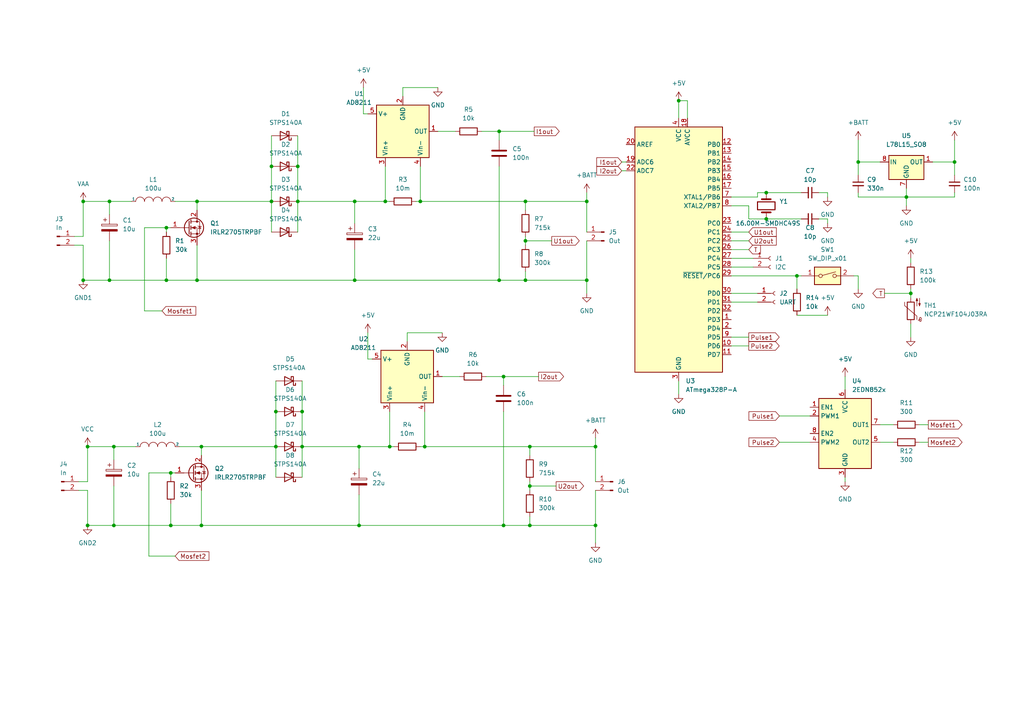
<source format=kicad_sch>
(kicad_sch (version 20211123) (generator eeschema)
  (paper "A4")
  (lib_symbols
    (symbol "Amplifier_Current:AD8211"
      (property "Reference" "U" (at -7.62 10.795 0))
      (property "Value" "AD8211" (at -7.62 8.89 0))
      (symbol "AD8211_0_1"
        (rectangle (start -7.62 7.62) (end 7.62 -7.62) (stroke (width 0.254)) (fill (type background)))
      )
      (symbol "AD8211_1_1"
        (pin output line (at 10.16 0 180) (length 2.54) (name "OUT") (number "1"))
        (pin power_in line (at 0 -10.16 90) (length 2.54) (name "GND") (number "2"))
        (pin input line (at -5.08 10.16 270) (length 2.54) (name "Vin+") (number "3"))
        (pin input line (at 5.08 10.16 270) (length 2.54) (name "Vin-") (number "4"))
        (pin power_in line (at -10.16 -5.08 0) (length 2.54) (name "V+") (number "5"))
      )
    )
    (symbol "Connector:Conn_01x02_Female" (pin_names (offset 1.016) hide)
      (property "Reference" "J" (at 0 2.54 0))
      (property "Value" "Conn_01x02_Female" (at 0 -5.08 0))
      (symbol "Conn_01x02_Female_1_1"
        (arc (start 0 -2.032) (mid -0.508 -2.54) (end 0 -3.048) (stroke (width 0.1524)))
        (polyline (pts (xy -1.27 -2.54) (xy -0.508 -2.54)) (stroke (width 0.1524)))
        (polyline (pts (xy -1.27 0) (xy -0.508 0)) (stroke (width 0.1524)))
        (arc (start 0 0.508) (mid -0.508 0) (end 0 -0.508) (stroke (width 0.1524)))
        (pin passive line (at -5.08 0 0) (length 3.81) (name "Pin_1") (number "1"))
        (pin passive line (at -5.08 -2.54 0) (length 3.81) (name "Pin_2") (number "2"))
      )
    )
    (symbol "Connector:Conn_01x02_Male" (pin_names (offset 1.016) hide)
      (property "Reference" "J" (at 0 2.54 0))
      (property "Value" "Conn_01x02_Male" (at 0 -5.08 0))
      (symbol "Conn_01x02_Male_1_1"
        (polyline (pts (xy 1.27 -2.54) (xy 0.8636 -2.54)) (stroke (width 0.1524)))
        (polyline (pts (xy 1.27 0) (xy 0.8636 0)) (stroke (width 0.1524)))
        (rectangle (start 0.8636 -2.413) (end 0 -2.667) (stroke (width 0.1524)) (fill (type outline)))
        (rectangle (start 0.8636 0.127) (end 0 -0.127) (stroke (width 0.1524)) (fill (type outline)))
        (pin passive line (at 5.08 0 180) (length 3.81) (name "Pin_1") (number "1"))
        (pin passive line (at 5.08 -2.54 180) (length 3.81) (name "Pin_2") (number "2"))
      )
    )
    (symbol "Device:C" (pin_numbers hide) (pin_names (offset 0.254))
      (property "Reference" "C" (at 0.635 2.54 0))
      (property "Value" "C" (at 0.635 -2.54 0))
      (symbol "C_0_1"
        (polyline (pts (xy -2.032 -0.762) (xy 2.032 -0.762)) (stroke (width 0.508)))
        (polyline (pts (xy -2.032 0.762) (xy 2.032 0.762)) (stroke (width 0.508)))
      )
      (symbol "C_1_1"
        (pin passive line (at 0 3.81 270) (length 2.794) (name "~") (number "1"))
        (pin passive line (at 0 -3.81 90) (length 2.794) (name "~") (number "2"))
      )
    )
    (symbol "Device:C_Polarized" (pin_numbers hide) (pin_names (offset 0.254))
      (property "Reference" "C" (at 0.635 2.54 0))
      (property "Value" "C_Polarized" (at 0.635 -2.54 0))
      (symbol "C_Polarized_0_1"
        (rectangle (start -2.286 0.508) (end 2.286 1.016))
        (polyline (pts (xy -1.778 2.286) (xy -0.762 2.286)))
        (polyline (pts (xy -1.27 2.794) (xy -1.27 1.778)))
        (rectangle (start 2.286 -0.508) (end -2.286 -1.016) (fill (type outline)))
      )
      (symbol "C_Polarized_1_1"
        (pin passive line (at 0 3.81 270) (length 2.794) (name "~") (number "1"))
        (pin passive line (at 0 -3.81 90) (length 2.794) (name "~") (number "2"))
      )
    )
    (symbol "Device:C_Small" (pin_numbers hide) (pin_names (offset 0.254) hide)
      (property "Reference" "C" (at 0.254 1.778 0))
      (property "Value" "C_Small" (at 0.254 -2.032 0))
      (symbol "C_Small_0_1"
        (polyline (pts (xy -1.524 -0.508) (xy 1.524 -0.508)) (stroke (width 0.3302)))
        (polyline (pts (xy -1.524 0.508) (xy 1.524 0.508)) (stroke (width 0.3048)))
      )
      (symbol "C_Small_1_1"
        (pin passive line (at 0 2.54 270) (length 2.032) (name "~") (number "1"))
        (pin passive line (at 0 -2.54 90) (length 2.032) (name "~") (number "2"))
      )
    )
    (symbol "Device:Crystal" (pin_numbers hide) (pin_names (offset 1.016) hide)
      (property "Reference" "Y" (at 0 3.81 0))
      (property "Value" "Crystal" (at 0 -3.81 0))
      (symbol "Crystal_0_1"
        (rectangle (start -1.143 2.54) (end 1.143 -2.54) (stroke (width 0.3048)))
        (polyline (pts (xy -2.54 0) (xy -1.905 0)))
        (polyline (pts (xy -1.905 -1.27) (xy -1.905 1.27)) (stroke (width 0.508)))
        (polyline (pts (xy 1.905 -1.27) (xy 1.905 1.27)) (stroke (width 0.508)))
        (polyline (pts (xy 2.54 0) (xy 1.905 0)))
      )
      (symbol "Crystal_1_1"
        (pin passive line (at -3.81 0 0) (length 1.27) (name "1") (number "1"))
        (pin passive line (at 3.81 0 180) (length 1.27) (name "2") (number "2"))
      )
    )
    (symbol "Device:D_Schottky" (pin_numbers hide) (pin_names (offset 1.016) hide)
      (property "Reference" "D" (at 0 2.54 0))
      (property "Value" "D_Schottky" (at 0 -2.54 0))
      (symbol "D_Schottky_0_1"
        (polyline (pts (xy 1.27 0) (xy -1.27 0)))
        (polyline (pts (xy 1.27 1.27) (xy 1.27 -1.27) (xy -1.27 0) (xy 1.27 1.27)) (stroke (width 0.254)))
        (polyline (pts (xy -1.905 0.635) (xy -1.905 1.27) (xy -1.27 1.27) (xy -1.27 -1.27) (xy -0.635 -1.27) (xy -0.635 -0.635)) (stroke (width 0.254)))
      )
      (symbol "D_Schottky_1_1"
        (pin passive line (at -3.81 0 0) (length 2.54) (name "K") (number "1"))
        (pin passive line (at 3.81 0 180) (length 2.54) (name "A") (number "2"))
      )
    )
    (symbol "Device:R" (pin_numbers hide) (pin_names (offset 0))
      (property "Reference" "R" (at 2.032 0 90))
      (property "Value" "R" (at 0 0 90))
      (symbol "R_0_1"
        (rectangle (start -1.016 -2.54) (end 1.016 2.54) (stroke (width 0.254)))
      )
      (symbol "R_1_1"
        (pin passive line (at 0 3.81 270) (length 1.27) (name "~") (number "1"))
        (pin passive line (at 0 -3.81 90) (length 1.27) (name "~") (number "2"))
      )
    )
    (symbol "Device:Thermistor_NTC" (pin_numbers hide) (pin_names (offset 0))
      (property "Reference" "TH" (at -4.445 0 90))
      (property "Value" "Thermistor_NTC" (at 3.175 0 90))
      (symbol "Thermistor_NTC_0_1"
        (arc (start -3.048 2.159) (mid -3.0495 2.3143) (end -3.175 2.413))
        (arc (start -3.048 2.159) (mid -2.9736 1.9794) (end -2.794 1.905))
        (arc (start -3.048 2.794) (mid -2.9736 2.6144) (end -2.794 2.54))
        (arc (start -2.794 1.905) (mid -2.6144 1.9794) (end -2.54 2.159))
        (arc (start -2.794 2.54) (mid -2.4393 2.5587) (end -2.159 2.794))
        (arc (start -2.794 3.048) (mid -2.9736 2.9736) (end -3.048 2.794))
        (arc (start -2.54 2.794) (mid -2.6144 2.9736) (end -2.794 3.048))
        (rectangle (start -1.016 2.54) (end 1.016 -2.54) (stroke (width 0.254)))
        (polyline (pts (xy -2.54 2.159) (xy -2.54 2.794)))
        (polyline (pts (xy -1.778 2.54) (xy -1.778 1.524) (xy 1.778 -1.524) (xy 1.778 -2.54)))
        (polyline (pts (xy -2.54 -3.683) (xy -2.54 -1.397) (xy -2.794 -2.159) (xy -2.286 -2.159) (xy -2.54 -1.397) (xy -2.54 -1.651)) (fill (type outline)))
        (polyline (pts (xy -1.778 -1.397) (xy -1.778 -3.683) (xy -2.032 -2.921) (xy -1.524 -2.921) (xy -1.778 -3.683) (xy -1.778 -3.429)) (fill (type outline)))
      )
      (symbol "Thermistor_NTC_1_1"
        (pin passive line (at 0 3.81 270) (length 1.27) (name "~") (number "1"))
        (pin passive line (at 0 -3.81 90) (length 1.27) (name "~") (number "2"))
      )
    )
    (symbol "Driver_FET:PM8834"
      (property "Reference" "U" (at -7.62 11.43 0))
      (property "Value" "PM8834" (at 12.7 11.43 0))
      (symbol "PM8834_0_1"
        (rectangle (start -7.62 -10.16) (end 7.62 10.16) (stroke (width 0.254)) (fill (type background)))
      )
      (symbol "PM8834_1_1"
        (pin input line (at -10.16 7.62 0) (length 2.54) (name "EN1") (number "1"))
        (pin input line (at -10.16 5.08 0) (length 2.54) (name "PWM1") (number "2"))
        (pin power_in line (at 0 -12.7 90) (length 2.54) (name "GND") (number "3"))
        (pin input line (at -10.16 -2.54 0) (length 2.54) (name "PWM2") (number "4"))
        (pin output line (at 10.16 -2.54 180) (length 2.54) (name "OUT2") (number "5"))
        (pin power_in line (at 0 12.7 270) (length 2.54) (name "VCC") (number "6"))
        (pin output line (at 10.16 2.54 180) (length 2.54) (name "OUT1") (number "7"))
        (pin input line (at -10.16 0 0) (length 2.54) (name "EN2") (number "8"))
      )
    )
    (symbol "MCU_Microchip_ATmega:ATmega328P-A"
      (property "Reference" "U" (at -12.7 36.83 0))
      (property "Value" "ATmega328P-A" (at 2.54 -36.83 0))
      (symbol "ATmega328P-A_0_1"
        (rectangle (start -12.7 -35.56) (end 12.7 35.56) (stroke (width 0.254)) (fill (type background)))
      )
      (symbol "ATmega328P-A_1_1"
        (pin bidirectional line (at 15.24 -20.32 180) (length 2.54) (name "PD3") (number "1"))
        (pin bidirectional line (at 15.24 -27.94 180) (length 2.54) (name "PD6") (number "10"))
        (pin bidirectional line (at 15.24 -30.48 180) (length 2.54) (name "PD7") (number "11"))
        (pin bidirectional line (at 15.24 30.48 180) (length 2.54) (name "PB0") (number "12"))
        (pin bidirectional line (at 15.24 27.94 180) (length 2.54) (name "PB1") (number "13"))
        (pin bidirectional line (at 15.24 25.4 180) (length 2.54) (name "PB2") (number "14"))
        (pin bidirectional line (at 15.24 22.86 180) (length 2.54) (name "PB3") (number "15"))
        (pin bidirectional line (at 15.24 20.32 180) (length 2.54) (name "PB4") (number "16"))
        (pin bidirectional line (at 15.24 17.78 180) (length 2.54) (name "PB5") (number "17"))
        (pin power_in line (at 2.54 38.1 270) (length 2.54) (name "AVCC") (number "18"))
        (pin input line (at -15.24 25.4 0) (length 2.54) (name "ADC6") (number "19"))
        (pin bidirectional line (at 15.24 -22.86 180) (length 2.54) (name "PD4") (number "2"))
        (pin passive line (at -15.24 30.48 0) (length 2.54) (name "AREF") (number "20"))
        (pin passive line (at 0 -38.1 90) (length 2.54) hide (name "GND") (number "21"))
        (pin input line (at -15.24 22.86 0) (length 2.54) (name "ADC7") (number "22"))
        (pin bidirectional line (at 15.24 7.62 180) (length 2.54) (name "PC0") (number "23"))
        (pin bidirectional line (at 15.24 5.08 180) (length 2.54) (name "PC1") (number "24"))
        (pin bidirectional line (at 15.24 2.54 180) (length 2.54) (name "PC2") (number "25"))
        (pin bidirectional line (at 15.24 0 180) (length 2.54) (name "PC3") (number "26"))
        (pin bidirectional line (at 15.24 -2.54 180) (length 2.54) (name "PC4") (number "27"))
        (pin bidirectional line (at 15.24 -5.08 180) (length 2.54) (name "PC5") (number "28"))
        (pin bidirectional line (at 15.24 -7.62 180) (length 2.54) (name "~{RESET}/PC6") (number "29"))
        (pin power_in line (at 0 -38.1 90) (length 2.54) (name "GND") (number "3"))
        (pin bidirectional line (at 15.24 -12.7 180) (length 2.54) (name "PD0") (number "30"))
        (pin bidirectional line (at 15.24 -15.24 180) (length 2.54) (name "PD1") (number "31"))
        (pin bidirectional line (at 15.24 -17.78 180) (length 2.54) (name "PD2") (number "32"))
        (pin power_in line (at 0 38.1 270) (length 2.54) (name "VCC") (number "4"))
        (pin passive line (at 0 -38.1 90) (length 2.54) hide (name "GND") (number "5"))
        (pin passive line (at 0 38.1 270) (length 2.54) hide (name "VCC") (number "6"))
        (pin bidirectional line (at 15.24 15.24 180) (length 2.54) (name "XTAL1/PB6") (number "7"))
        (pin bidirectional line (at 15.24 12.7 180) (length 2.54) (name "XTAL2/PB7") (number "8"))
        (pin bidirectional line (at 15.24 -25.4 180) (length 2.54) (name "PD5") (number "9"))
      )
    )
    (symbol "Regulator_Linear:L78L15_SO8" (pin_names (offset 0.254))
      (property "Reference" "U" (at -3.81 3.175 0))
      (property "Value" "L78L15_SO8" (at 0 3.175 0))
      (symbol "L78L15_SO8_0_1"
        (rectangle (start -5.08 1.905) (end 5.08 -5.08) (stroke (width 0.254)) (fill (type background)))
      )
      (symbol "L78L15_SO8_1_1"
        (pin power_out line (at 7.62 0 180) (length 2.54) (name "OUT") (number "1"))
        (pin passive line (at 0 -7.62 90) (length 2.54) hide (name "GND") (number "2"))
        (pin passive line (at 0 -7.62 90) (length 2.54) hide (name "GND") (number "3"))
        (pin no_connect line (at -5.08 -2.54 0) (length 2.54) hide (name "NC") (number "4"))
        (pin no_connect line (at 5.08 -2.54 180) (length 2.54) hide (name "NC") (number "5"))
        (pin passive line (at 0 -7.62 90) (length 2.54) hide (name "GND") (number "6"))
        (pin power_in line (at 0 -7.62 90) (length 2.54) (name "GND") (number "7"))
        (pin power_in line (at -7.62 0 0) (length 2.54) (name "IN") (number "8"))
      )
    )
    (symbol "Switch:SW_DIP_x01" (pin_names (offset 0) hide)
      (property "Reference" "SW" (at 0 3.81 0))
      (property "Value" "SW_DIP_x01" (at 0 -3.81 0))
      (symbol "SW_DIP_x01_0_0"
        (circle (center -2.032 0) (radius 0.508))
        (polyline (pts (xy -1.524 0.127) (xy 2.3622 1.1684)))
        (circle (center 2.032 0) (radius 0.508))
      )
      (symbol "SW_DIP_x01_0_1"
        (rectangle (start -3.81 2.54) (end 3.81 -2.54) (stroke (width 0.254)) (fill (type background)))
      )
      (symbol "SW_DIP_x01_1_1"
        (pin passive line (at -7.62 0 0) (length 5.08) (name "~") (number "1"))
        (pin passive line (at 7.62 0 180) (length 5.08) (name "~") (number "2"))
      )
    )
    (symbol "Transistor_FET:IRFS4321" (pin_names hide)
      (property "Reference" "Q" (at 5.08 1.905 0))
      (property "Value" "IRFS4321" (at 5.08 0 0))
      (symbol "IRFS4321_0_1"
        (polyline (pts (xy 0.254 0) (xy -2.54 0)))
        (polyline (pts (xy 0.254 1.905) (xy 0.254 -1.905)) (stroke (width 0.254)))
        (polyline (pts (xy 0.762 -1.27) (xy 0.762 -2.286)) (stroke (width 0.254)))
        (polyline (pts (xy 0.762 0.508) (xy 0.762 -0.508)) (stroke (width 0.254)))
        (polyline (pts (xy 0.762 2.286) (xy 0.762 1.27)) (stroke (width 0.254)))
        (polyline (pts (xy 2.54 2.54) (xy 2.54 1.778)))
        (polyline (pts (xy 2.54 -2.54) (xy 2.54 0) (xy 0.762 0)))
        (polyline (pts (xy 0.762 -1.778) (xy 3.302 -1.778) (xy 3.302 1.778) (xy 0.762 1.778)))
        (polyline (pts (xy 1.016 0) (xy 2.032 0.381) (xy 2.032 -0.381) (xy 1.016 0)) (fill (type outline)))
        (polyline (pts (xy 2.794 0.508) (xy 2.921 0.381) (xy 3.683 0.381) (xy 3.81 0.254)))
        (polyline (pts (xy 3.302 0.381) (xy 2.921 -0.254) (xy 3.683 -0.254) (xy 3.302 0.381)))
        (circle (center 1.651 0) (radius 2.794) (stroke (width 0.254)))
        (circle (center 2.54 -1.778) (radius 0.254) (fill (type outline)))
        (circle (center 2.54 1.778) (radius 0.254) (fill (type outline)))
      )
      (symbol "IRFS4321_1_1"
        (pin passive line (at -5.08 0 0) (length 2.54) (name "G") (number "1"))
        (pin passive line (at 2.54 5.08 270) (length 2.54) (name "D") (number "2"))
        (pin passive line (at 2.54 -5.08 90) (length 2.54) (name "S") (number "3"))
      )
    )
    (symbol "power:+5V" (power) (pin_names (offset 0))
      (property "Value" "+5V" (at 0 3.556 0))
      (symbol "+5V_0_1"
        (polyline (pts (xy -0.762 1.27) (xy 0 2.54)))
        (polyline (pts (xy 0 0) (xy 0 2.54)))
        (polyline (pts (xy 0 2.54) (xy 0.762 1.27)))
      )
      (symbol "+5V_1_1"
        (pin power_in line (at 0 0 90) (length 0) hide (name "+5V") (number "1"))
      )
    )
    (symbol "power:+BATT" (power) (pin_names (offset 0))
      (property "Value" "+BATT" (at 0 3.556 0))
      (symbol "+BATT_0_1"
        (polyline (pts (xy -0.762 1.27) (xy 0 2.54)))
        (polyline (pts (xy 0 0) (xy 0 2.54)))
        (polyline (pts (xy 0 2.54) (xy 0.762 1.27)))
      )
      (symbol "+BATT_1_1"
        (pin power_in line (at 0 0 90) (length 0) hide (name "+BATT") (number "1"))
      )
    )
    (symbol "power:GND" (power) (pin_names (offset 0))
      (property "Value" "GND" (at 0 -3.81 0))
      (symbol "GND_0_1"
        (polyline (pts (xy 0 0) (xy 0 -1.27) (xy 1.27 -1.27) (xy 0 -2.54) (xy -1.27 -1.27) (xy 0 -1.27)))
      )
      (symbol "GND_1_1"
        (pin power_in line (at 0 0 270) (length 0) hide (name "GND") (number "1"))
      )
    )
    (symbol "power:GND1" (power) (pin_names (offset 0))
      (property "Value" "GND1" (at 0 -3.81 0))
      (symbol "GND1_0_1"
        (polyline (pts (xy 0 0) (xy 0 -1.27) (xy 1.27 -1.27) (xy 0 -2.54) (xy -1.27 -1.27) (xy 0 -1.27)))
      )
      (symbol "GND1_1_1"
        (pin power_in line (at 0 0 270) (length 0) hide (name "GND1") (number "1"))
      )
    )
    (symbol "power:GND2" (power) (pin_names (offset 0))
      (property "Value" "GND2" (at 0 -3.81 0))
      (symbol "GND2_0_1"
        (polyline (pts (xy 0 0) (xy 0 -1.27) (xy 1.27 -1.27) (xy 0 -2.54) (xy -1.27 -1.27) (xy 0 -1.27)))
      )
      (symbol "GND2_1_1"
        (pin power_in line (at 0 0 270) (length 0) hide (name "GND2") (number "1"))
      )
    )
    (symbol "power:VAA" (power) (pin_names (offset 0))
      (property "Value" "VAA" (at 0 3.81 0))
      (symbol "VAA_0_1"
        (polyline (pts (xy -0.762 1.27) (xy 0 2.54)))
        (polyline (pts (xy 0 0) (xy 0 2.54)))
        (polyline (pts (xy 0 2.54) (xy 0.762 1.27)))
      )
      (symbol "VAA_1_1"
        (pin power_in line (at 0 0 90) (length 0) hide (name "VAA") (number "1"))
      )
    )
    (symbol "power:VCC" (power) (pin_names (offset 0))
      (property "Value" "VCC" (at 0 3.81 0))
      (symbol "VCC_0_1"
        (polyline (pts (xy -0.762 1.27) (xy 0 2.54)))
        (polyline (pts (xy 0 0) (xy 0 2.54)))
        (polyline (pts (xy 0 2.54) (xy 0.762 1.27)))
      )
      (symbol "VCC_1_1"
        (pin power_in line (at 0 0 90) (length 0) hide (name "VCC") (number "1"))
      )
    )
    (symbol "pspice:INDUCTOR" (pin_numbers hide) (pin_names (offset 0))
      (property "Reference" "L" (at 0 2.54 0))
      (property "Value" "INDUCTOR" (at 0 -1.27 0))
      (symbol "INDUCTOR_0_1"
        (arc (start -2.54 0) (mid -3.81 1.27) (end -5.08 0))
        (arc (start 0 0) (mid -1.27 1.27) (end -2.54 0))
        (arc (start 2.54 0) (mid 1.27 1.27) (end 0 0))
        (arc (start 5.08 0) (mid 3.81 1.27) (end 2.54 0))
      )
      (symbol "INDUCTOR_1_1"
        (pin input line (at -6.35 0 0) (length 1.27) (name "1") (number "1"))
        (pin input line (at 6.35 0 180) (length 1.27) (name "2") (number "2"))
      )
    )
  )
  (junction (at 58.42 129.54))
  (junction (at 102.87 81.28))
  (junction (at 31.75 58.42))
  (junction (at 153.67 129.54))
  (junction (at 33.02 152.4))
  (junction (at 80.01 119.38))
  (junction (at 57.15 81.28))
  (junction (at 87.63 119.38))
  (junction (at 104.14 129.54))
  (junction (at 48.26 81.28))
  (junction (at 146.05 109.22))
  (junction (at 58.42 152.4))
  (junction (at 102.87 58.42))
  (junction (at 80.01 129.54))
  (junction (at 196.85 29.21))
  (junction (at 152.4 81.28))
  (junction (at 146.05 152.4))
  (junction (at 144.78 38.1))
  (junction (at 222.25 63.5))
  (junction (at 172.72 129.54))
  (junction (at 121.92 58.42))
  (junction (at 31.75 81.28))
  (junction (at 170.18 58.42))
  (junction (at 104.14 152.4))
  (junction (at 144.78 81.28))
  (junction (at 25.4 129.54))
  (junction (at 49.53 152.4))
  (junction (at 152.4 58.42))
  (junction (at 24.13 81.28))
  (junction (at 153.67 152.4))
  (junction (at 231.14 80.01))
  (junction (at 222.25 55.88))
  (junction (at 123.19 129.54))
  (junction (at 78.74 48.26))
  (junction (at 262.89 57.15))
  (junction (at 111.76 58.42))
  (junction (at 248.92 46.99))
  (junction (at 113.03 129.54))
  (junction (at 172.72 152.4))
  (junction (at 57.15 58.42))
  (junction (at 48.26 66.04))
  (junction (at 25.4 152.4))
  (junction (at 152.4 69.85))
  (junction (at 24.13 58.42))
  (junction (at 86.36 48.26))
  (junction (at 276.86 46.99))
  (junction (at 87.63 129.54))
  (junction (at 49.53 137.16))
  (junction (at 264.16 85.09))
  (junction (at 78.74 58.42))
  (junction (at 153.67 140.97))
  (junction (at 33.02 129.54))
  (junction (at 170.18 81.28))
  (junction (at 86.36 58.42))
  (wire (pts (xy 212.09 67.31) (xy 217.17 67.31)))
  (wire (pts (xy 212.09 77.47) (xy 218.44 77.47)))
  (wire (pts (xy 146.05 119.38) (xy 146.05 152.4)))
  (wire (pts (xy 146.05 109.22) (xy 140.97 109.22)))
  (wire (pts (xy 262.89 57.15) (xy 262.89 59.69)))
  (wire (pts (xy 153.67 140.97) (xy 153.67 142.24)))
  (wire (pts (xy 232.41 80.01) (xy 231.14 80.01)))
  (wire (pts (xy 25.4 139.7) (xy 25.4 129.54)))
  (wire (pts (xy 50.8 58.42) (xy 57.15 58.42)))
  (wire (pts (xy 144.78 40.64) (xy 144.78 38.1)))
  (wire (pts (xy 24.13 58.42) (xy 31.75 58.42)))
  (wire (pts (xy 48.26 74.93) (xy 48.26 81.28)))
  (wire (pts (xy 146.05 152.4) (xy 153.67 152.4)))
  (wire (pts (xy 226.06 120.65) (xy 234.95 120.65)))
  (wire (pts (xy 217.17 59.69) (xy 212.09 59.69)))
  (wire (pts (xy 248.92 80.01) (xy 248.92 83.82)))
  (wire (pts (xy 102.87 58.42) (xy 86.36 58.42)))
  (wire (pts (xy 21.59 68.58) (xy 24.13 68.58)))
  (wire (pts (xy 41.91 66.04) (xy 48.26 66.04)))
  (wire (pts (xy 43.18 161.29) (xy 43.18 137.16)))
  (wire (pts (xy 264.16 74.93) (xy 264.16 76.2)))
  (wire (pts (xy 121.92 58.42) (xy 152.4 58.42)))
  (wire (pts (xy 245.11 109.22) (xy 245.11 113.03)))
  (wire (pts (xy 57.15 71.12) (xy 57.15 81.28)))
  (wire (pts (xy 153.67 152.4) (xy 172.72 152.4)))
  (wire (pts (xy 121.92 129.54) (xy 123.19 129.54)))
  (wire (pts (xy 102.87 64.77) (xy 102.87 58.42)))
  (wire (pts (xy 172.72 157.48) (xy 172.72 152.4)))
  (wire (pts (xy 248.92 46.99) (xy 248.92 50.8)))
  (wire (pts (xy 41.91 90.17) (xy 46.99 90.17)))
  (wire (pts (xy 199.39 34.29) (xy 199.39 29.21)))
  (wire (pts (xy 22.86 139.7) (xy 25.4 139.7)))
  (wire (pts (xy 87.63 119.38) (xy 87.63 110.49)))
  (wire (pts (xy 57.15 58.42) (xy 57.15 60.96)))
  (wire (pts (xy 58.42 129.54) (xy 80.01 129.54)))
  (wire (pts (xy 121.92 48.26) (xy 121.92 58.42)))
  (wire (pts (xy 57.15 58.42) (xy 78.74 58.42)))
  (wire (pts (xy 41.91 90.17) (xy 41.91 66.04)))
  (wire (pts (xy 144.78 81.28) (xy 152.4 81.28)))
  (wire (pts (xy 104.14 135.89) (xy 104.14 129.54)))
  (wire (pts (xy 31.75 58.42) (xy 38.1 58.42)))
  (wire (pts (xy 80.01 119.38) (xy 80.01 129.54)))
  (wire (pts (xy 43.18 137.16) (xy 49.53 137.16)))
  (wire (pts (xy 104.14 143.51) (xy 104.14 152.4)))
  (wire (pts (xy 255.27 123.19) (xy 259.08 123.19)))
  (wire (pts (xy 106.68 104.14) (xy 107.95 104.14)))
  (wire (pts (xy 123.19 129.54) (xy 153.67 129.54)))
  (wire (pts (xy 212.09 74.93) (xy 218.44 74.93)))
  (wire (pts (xy 52.07 129.54) (xy 58.42 129.54)))
  (wire (pts (xy 276.86 46.99) (xy 276.86 50.8)))
  (wire (pts (xy 247.65 80.01) (xy 248.92 80.01)))
  (wire (pts (xy 152.4 81.28) (xy 170.18 81.28)))
  (wire (pts (xy 33.02 129.54) (xy 39.37 129.54)))
  (wire (pts (xy 146.05 111.76) (xy 146.05 109.22)))
  (wire (pts (xy 78.74 48.26) (xy 78.74 58.42)))
  (wire (pts (xy 240.03 55.88) (xy 237.49 55.88)))
  (wire (pts (xy 25.4 142.24) (xy 25.4 152.4)))
  (wire (pts (xy 43.18 161.29) (xy 50.8 161.29)))
  (wire (pts (xy 105.41 33.02) (xy 106.68 33.02)))
  (wire (pts (xy 262.89 54.61) (xy 262.89 57.15)))
  (wire (pts (xy 86.36 48.26) (xy 86.36 58.42)))
  (wire (pts (xy 266.7 128.27) (xy 269.24 128.27)))
  (wire (pts (xy 104.14 129.54) (xy 87.63 129.54)))
  (wire (pts (xy 276.86 46.99) (xy 270.51 46.99)))
  (wire (pts (xy 144.78 38.1) (xy 139.7 38.1)))
  (wire (pts (xy 111.76 58.42) (xy 113.03 58.42)))
  (wire (pts (xy 264.16 83.82) (xy 264.16 85.09)))
  (wire (pts (xy 146.05 109.22) (xy 156.21 109.22)))
  (wire (pts (xy 118.11 96.52) (xy 118.11 99.06)))
  (wire (pts (xy 264.16 85.09) (xy 264.16 86.36)))
  (wire (pts (xy 240.03 57.15) (xy 240.03 55.88)))
  (wire (pts (xy 49.53 138.43) (xy 49.53 137.16)))
  (wire (pts (xy 104.14 152.4) (xy 146.05 152.4)))
  (wire (pts (xy 172.72 127) (xy 172.72 129.54)))
  (wire (pts (xy 25.4 152.4) (xy 33.02 152.4)))
  (wire (pts (xy 248.92 46.99) (xy 255.27 46.99)))
  (wire (pts (xy 199.39 29.21) (xy 196.85 29.21)))
  (wire (pts (xy 231.14 83.82) (xy 231.14 80.01)))
  (wire (pts (xy 152.4 58.42) (xy 170.18 58.42)))
  (wire (pts (xy 245.11 138.43) (xy 245.11 139.7)))
  (wire (pts (xy 80.01 119.38) (xy 80.01 110.49)))
  (wire (pts (xy 153.67 149.86) (xy 153.67 152.4)))
  (wire (pts (xy 102.87 81.28) (xy 57.15 81.28)))
  (wire (pts (xy 232.41 63.5) (xy 222.25 63.5)))
  (wire (pts (xy 248.92 40.64) (xy 248.92 46.99)))
  (wire (pts (xy 105.41 25.4) (xy 105.41 33.02)))
  (wire (pts (xy 152.4 69.85) (xy 152.4 71.12)))
  (wire (pts (xy 170.18 55.88) (xy 170.18 58.42)))
  (wire (pts (xy 153.67 140.97) (xy 161.29 140.97)))
  (wire (pts (xy 172.72 139.7) (xy 172.72 129.54)))
  (wire (pts (xy 102.87 81.28) (xy 144.78 81.28)))
  (wire (pts (xy 80.01 138.43) (xy 80.01 129.54)))
  (wire (pts (xy 58.42 142.24) (xy 58.42 152.4)))
  (wire (pts (xy 33.02 152.4) (xy 49.53 152.4)))
  (wire (pts (xy 58.42 129.54) (xy 58.42 132.08)))
  (wire (pts (xy 266.7 123.19) (xy 269.24 123.19)))
  (wire (pts (xy 170.18 67.31) (xy 170.18 58.42)))
  (wire (pts (xy 226.06 128.27) (xy 234.95 128.27)))
  (wire (pts (xy 24.13 71.12) (xy 24.13 81.28)))
  (wire (pts (xy 123.19 119.38) (xy 123.19 129.54)))
  (wire (pts (xy 255.27 128.27) (xy 259.08 128.27)))
  (wire (pts (xy 48.26 66.04) (xy 49.53 66.04)))
  (wire (pts (xy 222.25 55.88) (xy 219.71 55.88)))
  (wire (pts (xy 276.86 40.64) (xy 276.86 46.99)))
  (wire (pts (xy 86.36 67.31) (xy 86.36 58.42)))
  (wire (pts (xy 212.09 72.39) (xy 217.17 72.39)))
  (wire (pts (xy 57.15 81.28) (xy 48.26 81.28)))
  (wire (pts (xy 31.75 81.28) (xy 48.26 81.28)))
  (wire (pts (xy 222.25 63.5) (xy 217.17 63.5)))
  (wire (pts (xy 276.86 55.88) (xy 276.86 57.15)))
  (wire (pts (xy 49.53 137.16) (xy 50.8 137.16)))
  (wire (pts (xy 240.03 64.77) (xy 240.03 63.5)))
  (wire (pts (xy 128.27 96.52) (xy 118.11 96.52)))
  (wire (pts (xy 153.67 139.7) (xy 153.67 140.97)))
  (wire (pts (xy 170.18 85.09) (xy 170.18 81.28)))
  (wire (pts (xy 31.75 62.23) (xy 31.75 58.42)))
  (wire (pts (xy 152.4 58.42) (xy 152.4 60.96)))
  (wire (pts (xy 102.87 72.39) (xy 102.87 81.28)))
  (wire (pts (xy 127 38.1) (xy 132.08 38.1)))
  (wire (pts (xy 116.84 25.4) (xy 116.84 27.94)))
  (wire (pts (xy 212.09 80.01) (xy 231.14 80.01)))
  (wire (pts (xy 172.72 142.24) (xy 172.72 152.4)))
  (wire (pts (xy 33.02 140.97) (xy 33.02 152.4)))
  (wire (pts (xy 21.59 71.12) (xy 24.13 71.12)))
  (wire (pts (xy 25.4 129.54) (xy 33.02 129.54)))
  (wire (pts (xy 264.16 93.98) (xy 264.16 97.79)))
  (wire (pts (xy 212.09 87.63) (xy 219.71 87.63)))
  (wire (pts (xy 106.68 96.52) (xy 106.68 104.14)))
  (wire (pts (xy 128.27 109.22) (xy 133.35 109.22)))
  (wire (pts (xy 240.03 63.5) (xy 237.49 63.5)))
  (wire (pts (xy 48.26 67.31) (xy 48.26 66.04)))
  (wire (pts (xy 212.09 85.09) (xy 219.71 85.09)))
  (wire (pts (xy 196.85 110.49) (xy 196.85 114.3)))
  (wire (pts (xy 152.4 78.74) (xy 152.4 81.28)))
  (wire (pts (xy 49.53 146.05) (xy 49.53 152.4)))
  (wire (pts (xy 153.67 129.54) (xy 172.72 129.54)))
  (wire (pts (xy 24.13 68.58) (xy 24.13 58.42)))
  (wire (pts (xy 111.76 48.26) (xy 111.76 58.42)))
  (wire (pts (xy 87.63 119.38) (xy 87.63 129.54)))
  (wire (pts (xy 144.78 48.26) (xy 144.78 81.28)))
  (wire (pts (xy 232.41 55.88) (xy 222.25 55.88)))
  (wire (pts (xy 248.92 55.88) (xy 248.92 57.15)))
  (wire (pts (xy 120.65 58.42) (xy 121.92 58.42)))
  (wire (pts (xy 104.14 152.4) (xy 58.42 152.4)))
  (wire (pts (xy 170.18 69.85) (xy 170.18 81.28)))
  (wire (pts (xy 217.17 100.33) (xy 212.09 100.33)))
  (wire (pts (xy 78.74 48.26) (xy 78.74 39.37)))
  (wire (pts (xy 152.4 69.85) (xy 160.02 69.85)))
  (wire (pts (xy 153.67 129.54) (xy 153.67 132.08)))
  (wire (pts (xy 276.86 57.15) (xy 262.89 57.15)))
  (wire (pts (xy 104.14 129.54) (xy 113.03 129.54)))
  (wire (pts (xy 33.02 133.35) (xy 33.02 129.54)))
  (wire (pts (xy 217.17 97.79) (xy 212.09 97.79)))
  (wire (pts (xy 127 25.4) (xy 116.84 25.4)))
  (wire (pts (xy 180.34 49.53) (xy 181.61 49.53)))
  (wire (pts (xy 196.85 29.21) (xy 196.85 34.29)))
  (wire (pts (xy 212.09 69.85) (xy 217.17 69.85)))
  (wire (pts (xy 22.86 142.24) (xy 25.4 142.24)))
  (wire (pts (xy 231.14 91.44) (xy 240.03 91.44)))
  (wire (pts (xy 87.63 138.43) (xy 87.63 129.54)))
  (wire (pts (xy 31.75 69.85) (xy 31.75 81.28)))
  (wire (pts (xy 152.4 68.58) (xy 152.4 69.85)))
  (wire (pts (xy 248.92 57.15) (xy 262.89 57.15)))
  (wire (pts (xy 58.42 152.4) (xy 49.53 152.4)))
  (wire (pts (xy 256.54 85.09) (xy 264.16 85.09)))
  (wire (pts (xy 113.03 119.38) (xy 113.03 129.54)))
  (wire (pts (xy 113.03 129.54) (xy 114.3 129.54)))
  (wire (pts (xy 219.71 55.88) (xy 219.71 57.15)))
  (wire (pts (xy 144.78 38.1) (xy 154.94 38.1)))
  (wire (pts (xy 219.71 57.15) (xy 212.09 57.15)))
  (wire (pts (xy 24.13 81.28) (xy 31.75 81.28)))
  (wire (pts (xy 78.74 67.31) (xy 78.74 58.42)))
  (wire (pts (xy 180.34 46.99) (xy 181.61 46.99)))
  (wire (pts (xy 217.17 63.5) (xy 217.17 59.69)))
  (wire (pts (xy 86.36 48.26) (xy 86.36 39.37)))
  (wire (pts (xy 102.87 58.42) (xy 111.76 58.42)))
  (global_label "I2out" (shape input) (at 180.34 49.53 180) (property "Intersheet References" "${INTERSHEET_REFS}" (effects hide)))
  (global_label "Pulse1" (shape output) (at 217.17 97.79 0) (property "Intersheet References" "${INTERSHEET_REFS}" (effects hide)))
  (global_label "T" (shape output) (at 256.54 85.09 180) (property "Intersheet References" "${INTERSHEET_REFS}" (effects hide)))
  (global_label "I2out" (shape output) (at 156.21 109.22 0) (property "Intersheet References" "${INTERSHEET_REFS}" (effects hide)))
  (global_label "U1out" (shape input) (at 217.17 67.31 0) (property "Intersheet References" "${INTERSHEET_REFS}" (effects hide)))
  (global_label "Pulse2" (shape output) (at 217.17 100.33 0) (property "Intersheet References" "${INTERSHEET_REFS}" (effects hide)))
  (global_label "U2out" (shape output) (at 161.29 140.97 0) (property "Intersheet References" "${INTERSHEET_REFS}" (effects hide)))
  (global_label "U1out" (shape output) (at 160.02 69.85 0) (property "Intersheet References" "${INTERSHEET_REFS}" (effects hide)))
  (global_label "Pulse1" (shape input) (at 226.06 120.65 180) (property "Intersheet References" "${INTERSHEET_REFS}" (effects hide)))
  (global_label "T" (shape input) (at 217.17 72.39 0) (property "Intersheet References" "${INTERSHEET_REFS}" (effects hide)))
  (global_label "Mosfet1" (shape output) (at 269.24 123.19 0) (property "Intersheet References" "${INTERSHEET_REFS}" (effects hide)))
  (global_label "Mosfet1" (shape input) (at 46.99 90.17 0) (property "Intersheet References" "${INTERSHEET_REFS}" (effects hide)))
  (global_label "Pulse2" (shape input) (at 226.06 128.27 180) (property "Intersheet References" "${INTERSHEET_REFS}" (effects hide)))
  (global_label "Mosfet2" (shape input) (at 50.8 161.29 0) (property "Intersheet References" "${INTERSHEET_REFS}" (effects hide)))
  (global_label "I1out" (shape output) (at 154.94 38.1 0) (property "Intersheet References" "${INTERSHEET_REFS}" (effects hide)))
  (global_label "Mosfet2" (shape output) (at 269.24 128.27 0) (property "Intersheet References" "${INTERSHEET_REFS}" (effects hide)))
  (global_label "U2out" (shape input) (at 217.17 69.85 0) (property "Intersheet References" "${INTERSHEET_REFS}" (effects hide)))
  (global_label "I1out" (shape input) (at 180.34 46.99 180) (property "Intersheet References" "${INTERSHEET_REFS}" (effects hide)))
  (symbol (lib_id "Device:R") (at 137.16 109.22 90) (unit 1)
    (property "Reference" "R6" (at 137.16 102.87 90))
    (property "Value" "10k" (at 137.16 105.41 90))
    (property "Footprint" "Resistor_SMD:R_1206_3216Metric_Pad1.30x1.75mm_HandSolder" (effects hide))
  )
  (symbol (lib_id "Device:C_Polarized") (at 33.02 137.16 0) (unit 1)
    (property "Reference" "C2" (at 36.83 135.0009 0) (effects (justify left)))
    (property "Value" "10u" (at 36.83 137.5409 0) (effects (justify left)))
    (property "Footprint" "Capacitor_Tantalum_SMD:CP_EIA-7343-15_Kemet-W_Pad2.25x2.55mm_HandSolder" (effects hide))
    (property "Datasheet" "https://www.tme.eu/pl/details/t491d106k050at/kondensatory-tantalowe-smd/kemet/" (effects hide))
  )
  (symbol (lib_id "Device:C_Polarized") (at 104.14 139.7 0) (unit 1)
    (property "Reference" "C4" (at 107.95 137.5409 0) (effects (justify left)))
    (property "Value" "22u" (at 107.95 140.0809 0) (effects (justify left)))
    (property "Footprint" "Capacitor_Tantalum_SMD:CP_EIA-7343-15_Kemet-W_Pad2.25x2.55mm_HandSolder" (effects hide))
    (property "Datasheet" "https://www.tme.eu/pl/details/t491x226k050at/kondensatory-tantalowe-smd/kemet/" (effects hide))
  )
  (symbol (lib_id "power:GND2") (at 25.4 152.4 0) (unit 1)
    (property "Reference" "#PWR0103" (effects hide))
    (property "Value" "GND2" (at 25.4 157.48 0))
  )
  (symbol (lib_id "power:GND") (at 248.92 83.82 0) (unit 1)
    (property "Reference" "#PWR017" (effects hide))
    (property "Value" "GND" (at 248.92 88.9 0))
  )
  (symbol (lib_id "Device:C_Small") (at 234.95 55.88 270) (mirror x) (unit 1)
    (property "Reference" "C7" (at 234.9436 49.53 90))
    (property "Value" "10p" (at 234.9436 52.07 90))
    (property "Footprint" "Resistor_SMD:R_1206_3216Metric_Pad1.30x1.75mm_HandSolder" (effects hide))
  )
  (symbol (lib_id "Device:R") (at 231.14 87.63 180) (unit 1)
    (property "Reference" "R14" (at 233.68 86.3599 0) (effects (justify right)))
    (property "Value" "10k" (at 233.68 88.8999 0) (effects (justify right)))
    (property "Footprint" "Resistor_SMD:R_1206_3216Metric_Pad1.30x1.75mm_HandSolder" (effects hide))
  )
  (symbol (lib_id "power:+5V") (at 240.03 91.44 0) (unit 1)
    (property "Reference" "#PWR0104" (effects hide))
    (property "Value" "+5V" (at 240.03 86.36 0))
  )
  (symbol (lib_id "Device:R") (at 153.67 146.05 180) (unit 1)
    (property "Reference" "R10" (at 156.21 144.7799 0) (effects (justify right)))
    (property "Value" "300k" (at 156.21 147.3199 0) (effects (justify right)))
    (property "Footprint" "Resistor_SMD:R_1206_3216Metric_Pad1.30x1.75mm_HandSolder" (effects hide))
  )
  (symbol (lib_id "Device:D_Schottky") (at 83.82 138.43 180) (unit 1)
    (property "Reference" "D8" (at 84.1375 132.08 0))
    (property "Value" "STPS140A" (at 84.1375 134.62 0))
    (property "Footprint" "Diode_SMD:D_2010_5025Metric_Pad1.52x2.65mm_HandSolder" (effects hide))
    (property "Datasheet" "https://www.tme.eu/pl/details/stps140a/diody-schottky-smd/stmicroelectronics/" (effects hide))
  )
  (symbol (lib_id "pspice:INDUCTOR") (at 45.72 129.54 0) (unit 1)
    (property "Reference" "L2" (at 45.72 123.19 0))
    (property "Value" "100u" (at 45.72 125.73 0))
    (property "Footprint" "Inductor_SMD:L_Bourns_SRR1208_12.7x12.7mm" (effects hide))
    (property "Datasheet" "https://www.tme.eu/pl/details/de1205-100/dlawiki-smd-mocy/ferrocore/" (effects hide))
  )
  (symbol (lib_id "power:GND") (at 240.03 57.15 0) (unit 1)
    (property "Reference" "#PWR015" (effects hide))
    (property "Value" "GND" (at 240.03 62.23 0))
  )
  (symbol (lib_id "power:+5V") (at 105.41 25.4 0) (unit 1)
    (property "Reference" "#PWR05" (effects hide))
    (property "Value" "+5V" (at 105.41 20.32 0))
  )
  (symbol (lib_id "power:GND") (at 240.03 64.77 0) (unit 1)
    (property "Reference" "#PWR016" (effects hide))
    (property "Value" "GND" (at 240.03 69.85 0))
  )
  (symbol (lib_id "Device:D_Schottky") (at 83.82 119.38 180) (unit 1)
    (property "Reference" "D6" (at 84.1375 113.03 0))
    (property "Value" "STPS140A" (at 84.1375 115.57 0))
    (property "Footprint" "Diode_SMD:D_2010_5025Metric_Pad1.52x2.65mm_HandSolder" (effects hide))
    (property "Datasheet" "https://www.tme.eu/pl/details/stps140a/diody-schottky-smd/stmicroelectronics/" (effects hide))
  )
  (symbol (lib_id "Device:D_Schottky") (at 82.55 67.31 180) (unit 1)
    (property "Reference" "D4" (at 82.8675 60.96 0))
    (property "Value" "STPS140A" (at 82.8675 63.5 0))
    (property "Footprint" "Diode_SMD:D_2010_5025Metric_Pad1.52x2.65mm_HandSolder" (effects hide))
    (property "Datasheet" "https://www.tme.eu/pl/details/stps140a/diody-schottky-smd/stmicroelectronics/" (effects hide))
  )
  (symbol (lib_id "power:GND") (at 262.89 59.69 0) (unit 1)
    (property "Reference" "#PWR021" (effects hide))
    (property "Value" "GND" (at 262.89 64.77 0))
  )
  (symbol (lib_id "Device:C_Small") (at 234.95 63.5 270) (mirror x) (unit 1)
    (property "Reference" "C8" (at 234.95 66.04 90))
    (property "Value" "10p" (at 234.95 68.58 90))
    (property "Footprint" "Resistor_SMD:R_1206_3216Metric_Pad1.30x1.75mm_HandSolder" (effects hide))
  )
  (symbol (lib_id "Device:D_Schottky") (at 82.55 48.26 180) (unit 1)
    (property "Reference" "D2" (at 82.8675 41.91 0))
    (property "Value" "STPS140A" (at 82.8675 44.45 0))
    (property "Footprint" "Diode_SMD:D_2010_5025Metric_Pad1.52x2.65mm_HandSolder" (effects hide))
    (property "Datasheet" "https://www.tme.eu/pl/details/stps140a/diody-schottky-smd/stmicroelectronics/" (effects hide))
  )
  (symbol (lib_id "Device:R") (at 48.26 71.12 180) (unit 1)
    (property "Reference" "R1" (at 50.8 69.8499 0) (effects (justify right)))
    (property "Value" "30k" (at 50.8 72.3899 0) (effects (justify right)))
    (property "Footprint" "Resistor_SMD:R_1206_3216Metric_Pad1.30x1.75mm_HandSolder" (effects hide))
  )
  (symbol (lib_id "power:GND") (at 170.18 85.09 0) (unit 1)
    (property "Reference" "#PWR010" (effects hide))
    (property "Value" "GND" (at 170.18 90.17 0))
  )
  (symbol (lib_id "Amplifier_Current:AD8211") (at 118.11 109.22 0) (mirror x) (unit 1)
    (property "Reference" "U2" (at 105.41 98.3105 0))
    (property "Value" "AD8211" (at 105.41 100.8505 0))
    (property "Footprint" "Package_TO_SOT_SMD:SOT-23-5" (effects hide))
    (property "Datasheet" "https://www.tme.eu/pl/details/ad8211yrjz-r2/wzmacniacze-operacyjne-smd/analog-devices/" (effects hide))
  )
  (symbol (lib_id "Device:C_Polarized") (at 31.75 66.04 0) (unit 1)
    (property "Reference" "C1" (at 35.56 63.8809 0) (effects (justify left)))
    (property "Value" "10u" (at 35.56 66.4209 0) (effects (justify left)))
    (property "Footprint" "Capacitor_Tantalum_SMD:CP_EIA-7343-15_Kemet-W_Pad2.25x2.55mm_HandSolder" (effects hide))
    (property "Datasheet" "https://www.tme.eu/pl/details/t491d106k050at/kondensatory-tantalowe-smd/kemet/" (effects hide))
  )
  (symbol (lib_id "power:+5V") (at 245.11 109.22 0) (unit 1)
    (property "Reference" "#PWR018" (effects hide))
    (property "Value" "+5V" (at 245.11 104.14 0))
  )
  (symbol (lib_id "power:GND") (at 264.16 97.79 0) (unit 1)
    (property "Reference" "#PWR023" (effects hide))
    (property "Value" "GND" (at 264.16 102.87 0))
  )
  (symbol (lib_id "power:VCC") (at 25.4 129.54 0) (unit 1)
    (property "Reference" "#PWR03" (effects hide))
    (property "Value" "VCC" (at 25.4 124.46 0))
  )
  (symbol (lib_id "MCU_Microchip_ATmega:ATmega328P-A") (at 196.85 72.39 0) (unit 1)
    (property "Reference" "U3" (at 198.8694 110.49 0) (effects (justify left)))
    (property "Value" "ATmega328P-A" (at 198.8694 113.03 0) (effects (justify left)))
    (property "Footprint" "Package_QFP:TQFP-32_7x7mm_P0.8mm" (effects hide))
    (property "Datasheet" "http://ww1.microchip.com/downloads/en/DeviceDoc/ATmega328_P%20AVR%20MCU%20with%20picoPower%20Technology%20Data%20Sheet%2040001984A.pdf" (effects hide))
  )
  (symbol (lib_id "Device:Crystal") (at 222.25 59.69 270) (mirror x) (unit 1)
    (property "Reference" "Y1" (at 226.06 58.42 90) (effects (justify left)))
    (property "Value" "16.00M-SMDHC49S" (at 213.36 64.77 90) (effects (justify left)))
    (property "Footprint" "Crystal:Crystal_SMD_HC49-SD_HandSoldering" (effects hide))
    (property "Datasheet" "https://www.tme.eu/pl/details/16.00m-smdhc49s/rezonatory-kwarcowe-smd/yic/" (effects hide))
  )
  (symbol (lib_id "Connector:Conn_01x02_Male") (at 177.8 139.7 0) (mirror y) (unit 1)
    (property "Reference" "J6" (at 179.07 139.6999 0) (effects (justify right)))
    (property "Value" "Out" (at 179.07 142.2399 0) (effects (justify right)))
    (property "Footprint" "moje:PowerPad" (effects hide))
  )
  (symbol (lib_id "Device:R") (at 135.89 38.1 90) (unit 1)
    (property "Reference" "R5" (at 135.89 31.75 90))
    (property "Value" "10k" (at 135.89 34.29 90))
    (property "Footprint" "Resistor_SMD:R_1206_3216Metric_Pad1.30x1.75mm_HandSolder" (effects hide))
  )
  (symbol (lib_id "power:+BATT") (at 248.92 40.64 0) (unit 1)
    (property "Reference" "#PWR020" (effects hide))
    (property "Value" "+BATT" (at 248.92 35.56 0))
  )
  (symbol (lib_id "Transistor_FET:IRFS4321") (at 55.88 137.16 0) (unit 1)
    (property "Reference" "Q2" (at 62.23 135.8899 0) (effects (justify left)))
    (property "Value" "IRLR2705TRPBF" (at 62.23 138.4299 0) (effects (justify left)))
    (property "Footprint" "Package_TO_SOT_SMD:TO-263-2" (effects hide))
    (property "Datasheet" "https://www.tme.eu/pl/details/irlr2705trpbf/tranzystory-z-kanalem-n-smd/infineon-technologies/" (effects hide))
  )
  (symbol (lib_id "Device:D_Schottky") (at 82.55 58.42 180) (unit 1)
    (property "Reference" "D3" (at 82.8675 52.07 0))
    (property "Value" "STPS140A" (at 82.8675 54.61 0))
    (property "Footprint" "Diode_SMD:D_2010_5025Metric_Pad1.52x2.65mm_HandSolder" (effects hide))
    (property "Datasheet" "https://www.tme.eu/pl/details/stps140a/diody-schottky-smd/stmicroelectronics/" (effects hide))
  )
  (symbol (lib_id "Connector:Conn_01x02_Male") (at 16.51 68.58 0) (unit 1)
    (property "Reference" "J3" (at 17.145 63.5 0))
    (property "Value" "In" (at 17.145 66.04 0))
    (property "Footprint" "moje:PowerPad" (effects hide))
  )
  (symbol (lib_id "Connector:Conn_01x02_Female") (at 224.79 85.09 0) (unit 1)
    (property "Reference" "J2" (at 226.06 85.0899 0) (effects (justify left)))
    (property "Value" "UART" (at 226.06 87.6299 0) (effects (justify left)))
    (property "Footprint" "Connector_Wire:SolderWire-1.5sqmm_1x02_P7.8mm_D1.7mm_OD3.9mm" (effects hide))
  )
  (symbol (lib_id "Device:Thermistor_NTC") (at 264.16 90.17 180) (unit 1)
    (property "Reference" "TH1" (at 267.97 88.5824 0) (effects (justify right)))
    (property "Value" "NCP21WF104J03RA" (at 267.97 91.1224 0) (effects (justify right)))
    (property "Footprint" "Resistor_SMD:R_0805_2012Metric" (effects hide))
    (property "Datasheet" "https://www.tme.eu/pl/details/ncp21wf104j03ra/termistory-ntc-pomiarowe-smd/murata/" (effects hide))
  )
  (symbol (lib_id "power:+5V") (at 264.16 74.93 0) (unit 1)
    (property "Reference" "#PWR022" (effects hide))
    (property "Value" "+5V" (at 264.16 69.85 0))
  )
  (symbol (lib_id "Device:D_Schottky") (at 82.55 39.37 180) (unit 1)
    (property "Reference" "D1" (at 82.8675 33.02 0))
    (property "Value" "STPS140A" (at 82.8675 35.56 0))
    (property "Footprint" "Diode_SMD:D_2010_5025Metric_Pad1.52x2.65mm_HandSolder" (effects hide))
    (property "Datasheet" "https://www.tme.eu/pl/details/stps140a/diody-schottky-smd/stmicroelectronics/" (effects hide))
  )
  (symbol (lib_id "Device:D_Schottky") (at 83.82 110.49 180) (unit 1)
    (property "Reference" "D5" (at 84.1375 104.14 0))
    (property "Value" "STPS140A" (at 83.82 106.68 0))
    (property "Footprint" "Diode_SMD:D_2010_5025Metric_Pad1.52x2.65mm_HandSolder" (effects hide))
    (property "Datasheet" "https://www.tme.eu/pl/details/stps140a/diody-schottky-smd/stmicroelectronics/" (effects hide))
  )
  (symbol (lib_id "Connector:Conn_01x02_Male") (at 17.78 139.7 0) (unit 1)
    (property "Reference" "J4" (at 18.415 134.62 0))
    (property "Value" "In" (at 18.415 137.16 0))
    (property "Footprint" "moje:PowerPad" (effects hide))
  )
  (symbol (lib_id "power:+5V") (at 276.86 40.64 0) (unit 1)
    (property "Reference" "#PWR024" (effects hide))
    (property "Value" "+5V" (at 276.86 35.56 0))
  )
  (symbol (lib_id "Device:R") (at 152.4 74.93 180) (unit 1)
    (property "Reference" "R8" (at 154.94 73.6599 0) (effects (justify right)))
    (property "Value" "300k" (at 154.94 76.1999 0) (effects (justify right)))
    (property "Footprint" "Resistor_SMD:R_1206_3216Metric_Pad1.30x1.75mm_HandSolder" (effects hide))
  )
  (symbol (lib_id "power:GND") (at 128.27 96.52 0) (unit 1)
    (property "Reference" "#PWR08" (effects hide))
    (property "Value" "GND" (at 128.27 101.6 0))
  )
  (symbol (lib_id "power:GND") (at 172.72 157.48 0) (unit 1)
    (property "Reference" "#PWR012" (effects hide))
    (property "Value" "GND" (at 172.72 162.56 0))
  )
  (symbol (lib_id "Device:R") (at 153.67 135.89 180) (unit 1)
    (property "Reference" "R9" (at 156.21 134.6199 0) (effects (justify right)))
    (property "Value" "715k" (at 156.21 137.1599 0) (effects (justify right)))
    (property "Footprint" "Resistor_SMD:R_1206_3216Metric_Pad1.30x1.75mm_HandSolder" (effects hide))
  )
  (symbol (lib_id "power:VAA") (at 24.13 58.42 0) (unit 1)
    (property "Reference" "#PWR0101" (effects hide))
    (property "Value" "VAA" (at 24.13 53.34 0))
  )
  (symbol (lib_id "Amplifier_Current:AD8211") (at 116.84 38.1 0) (mirror x) (unit 1)
    (property "Reference" "U1" (at 104.14 27.1905 0))
    (property "Value" "AD8211" (at 104.14 29.7305 0))
    (property "Footprint" "Package_TO_SOT_SMD:SOT-23-5" (effects hide))
    (property "Datasheet" "https://www.tme.eu/pl/details/ad8211yrjz-r2/wzmacniacze-operacyjne-smd/analog-devices/" (effects hide))
  )
  (symbol (lib_id "Device:C_Small") (at 276.86 53.34 0) (unit 1)
    (property "Reference" "C10" (at 279.4 52.0762 0) (effects (justify left)))
    (property "Value" "100n" (at 279.4 54.6162 0) (effects (justify left)))
    (property "Footprint" "Resistor_SMD:R_1206_3216Metric_Pad1.30x1.75mm_HandSolder" (effects hide))
  )
  (symbol (lib_id "power:GND") (at 127 25.4 0) (unit 1)
    (property "Reference" "#PWR07" (effects hide))
    (property "Value" "GND" (at 127 30.48 0))
  )
  (symbol (lib_id "Device:R") (at 118.11 129.54 90) (unit 1)
    (property "Reference" "R4" (at 118.11 123.19 90))
    (property "Value" "10m" (at 118.11 125.73 90))
    (property "Footprint" "Resistor_SMD:R_2010_5025Metric_Pad1.40x2.65mm_HandSolder" (effects hide))
  )
  (symbol (lib_id "power:+BATT") (at 172.72 127 0) (unit 1)
    (property "Reference" "#PWR011" (effects hide))
    (property "Value" "+BATT" (at 172.72 121.92 0))
  )
  (symbol (lib_id "Device:R") (at 152.4 64.77 180) (unit 1)
    (property "Reference" "R7" (at 154.94 63.4999 0) (effects (justify right)))
    (property "Value" "715k" (at 154.94 66.0399 0) (effects (justify right)))
    (property "Footprint" "Resistor_SMD:R_1206_3216Metric_Pad1.30x1.75mm_HandSolder" (effects hide))
  )
  (symbol (lib_id "Connector:Conn_01x02_Male") (at 175.26 67.31 0) (mirror y) (unit 1)
    (property "Reference" "J5" (at 176.53 67.3099 0) (effects (justify right)))
    (property "Value" "Out" (at 176.53 69.8499 0) (effects (justify right)))
    (property "Footprint" "moje:PowerPad" (effects hide))
  )
  (symbol (lib_id "power:GND1") (at 24.13 81.28 0) (unit 1)
    (property "Reference" "#PWR0102" (effects hide))
    (property "Value" "GND1" (at 24.13 86.36 0))
  )
  (symbol (lib_id "Device:R") (at 264.16 80.01 180) (unit 1)
    (property "Reference" "R13" (at 266.7 78.7399 0) (effects (justify right)))
    (property "Value" "100k" (at 266.7 81.2799 0) (effects (justify right)))
    (property "Footprint" "Resistor_SMD:R_1206_3216Metric_Pad1.30x1.75mm_HandSolder" (effects hide))
  )
  (symbol (lib_id "Transistor_FET:IRFS4321") (at 54.61 66.04 0) (unit 1)
    (property "Reference" "Q1" (at 60.96 64.7699 0) (effects (justify left)))
    (property "Value" "IRLR2705TRPBF" (at 60.96 67.3099 0) (effects (justify left)))
    (property "Footprint" "Package_TO_SOT_SMD:TO-263-2" (effects hide))
    (property "Datasheet" "https://www.tme.eu/pl/details/irlr2705trpbf/tranzystory-z-kanalem-n-smd/infineon-technologies/" (effects hide))
  )
  (symbol (lib_id "power:+5V") (at 106.68 96.52 0) (unit 1)
    (property "Reference" "#PWR06" (effects hide))
    (property "Value" "+5V" (at 106.68 91.44 0))
  )
  (symbol (lib_id "Device:C") (at 144.78 44.45 0) (unit 1)
    (property "Reference" "C5" (at 148.59 43.1799 0) (effects (justify left)))
    (property "Value" "100n" (at 148.59 45.7199 0) (effects (justify left)))
    (property "Footprint" "Resistor_SMD:R_1206_3216Metric_Pad1.30x1.75mm_HandSolder" (effects hide))
  )
  (symbol (lib_id "Device:R") (at 262.89 128.27 90) (unit 1)
    (property "Reference" "R12" (at 262.89 130.81 90))
    (property "Value" "300" (at 262.89 133.35 90))
    (property "Footprint" "Resistor_SMD:R_1206_3216Metric_Pad1.30x1.75mm_HandSolder" (effects hide))
  )
  (symbol (lib_id "power:GND") (at 196.85 114.3 0) (unit 1)
    (property "Reference" "#PWR014" (effects hide))
    (property "Value" "GND" (at 196.85 119.38 0))
  )
  (symbol (lib_id "Device:C_Polarized") (at 102.87 68.58 0) (unit 1)
    (property "Reference" "C3" (at 106.68 66.4209 0) (effects (justify left)))
    (property "Value" "22u" (at 106.68 68.9609 0) (effects (justify left)))
    (property "Footprint" "Capacitor_Tantalum_SMD:CP_EIA-7343-15_Kemet-W_Pad2.25x2.55mm_HandSolder" (effects hide))
    (property "Datasheet" "https://www.tme.eu/pl/details/t491x226k050at/kondensatory-tantalowe-smd/kemet/" (effects hide))
  )
  (symbol (lib_id "power:GND") (at 245.11 139.7 0) (unit 1)
    (property "Reference" "#PWR019" (effects hide))
    (property "Value" "GND" (at 245.11 144.78 0))
  )
  (symbol (lib_id "Switch:SW_DIP_x01") (at 240.03 80.01 0) (unit 1)
    (property "Reference" "SW1" (at 240.03 72.39 0))
    (property "Value" "SW_DIP_x01" (at 240.03 74.93 0))
    (property "Footprint" "Jumper:SolderJumper-2_P1.3mm_Open_RoundedPad1.0x1.5mm" (effects hide))
  )
  (symbol (lib_id "Device:R") (at 49.53 142.24 180) (unit 1)
    (property "Reference" "R2" (at 52.07 140.9699 0) (effects (justify right)))
    (property "Value" "30k" (at 52.07 143.5099 0) (effects (justify right)))
    (property "Footprint" "Resistor_SMD:R_1206_3216Metric_Pad1.30x1.75mm_HandSolder" (effects hide))
  )
  (symbol (lib_id "Device:C") (at 146.05 115.57 0) (unit 1)
    (property "Reference" "C6" (at 149.86 114.2999 0) (effects (justify left)))
    (property "Value" "100n" (at 149.86 116.8399 0) (effects (justify left)))
    (property "Footprint" "Resistor_SMD:R_1206_3216Metric_Pad1.30x1.75mm_HandSolder" (effects hide))
  )
  (symbol (lib_id "Connector:Conn_01x02_Female") (at 223.52 74.93 0) (unit 1)
    (property "Reference" "J1" (at 224.79 74.9299 0) (effects (justify left)))
    (property "Value" "I2C" (at 224.79 77.4699 0) (effects (justify left)))
    (property "Footprint" "Connector_Wire:SolderWire-1.5sqmm_1x02_P7.8mm_D1.7mm_OD3.9mm" (effects hide))
  )
  (symbol (lib_id "power:+BATT") (at 170.18 55.88 0) (unit 1)
    (property "Reference" "#PWR09" (effects hide))
    (property "Value" "+BATT" (at 170.18 50.8 0))
  )
  (symbol (lib_id "Regulator_Linear:L78L15_SO8") (at 262.89 46.99 0) (unit 1)
    (property "Reference" "U5" (at 262.89 39.37 0))
    (property "Value" "L78L15_SO8" (at 262.89 41.91 0))
    (property "Footprint" "Package_SO:SOIC-8_3.9x4.9mm_P1.27mm" (effects hide))
    (property "Datasheet" "http://www.st.com/content/ccc/resource/technical/document/datasheet/15/55/e5/aa/23/5b/43/fd/CD00000446.pdf/files/CD00000446.pdf/jcr:content/translations/en.CD00000446.pdf" (effects hide))
  )
  (symbol (lib_id "Device:R") (at 116.84 58.42 90) (unit 1)
    (property "Reference" "R3" (at 116.84 52.07 90))
    (property "Value" "10m" (at 116.84 54.61 90))
    (property "Footprint" "Resistor_SMD:R_2010_5025Metric_Pad1.40x2.65mm_HandSolder" (effects hide))
  )
  (symbol (lib_id "power:+5V") (at 196.85 29.21 0) (unit 1)
    (property "Reference" "#PWR013" (effects hide))
    (property "Value" "+5V" (at 196.85 24.13 0))
  )
  (symbol (lib_id "pspice:INDUCTOR") (at 44.45 58.42 0) (unit 1)
    (property "Reference" "L1" (at 44.45 52.07 0))
    (property "Value" "100u" (at 44.45 54.61 0))
    (property "Footprint" "Inductor_SMD:L_Bourns_SRR1208_12.7x12.7mm" (effects hide))
    (property "Datasheet" "https://www.tme.eu/pl/details/de1205-100/dlawiki-smd-mocy/ferrocore/" (effects hide))
  )
  (symbol (lib_id "Device:R") (at 262.89 123.19 90) (unit 1)
    (property "Reference" "R11" (at 262.89 116.84 90))
    (property "Value" "300" (at 262.89 119.38 90))
    (property "Footprint" "Resistor_SMD:R_1206_3216Metric_Pad1.30x1.75mm_HandSolder" (effects hide))
  )
  (symbol (lib_id "Driver_FET:PM8834") (at 245.11 125.73 0) (unit 1)
    (property "Reference" "U4" (at 247.1294 110.49 0) (effects (justify left)))
    (property "Value" "2EDN852x" (at 247.1294 113.03 0) (effects (justify left)))
    (property "Footprint" "Package_SO:SOIC-8_3.9x4.9mm_P1.27mm" (effects hide))
    (property "Datasheet" "http://www.st.com/resource/en/datasheet/pm8834.pdf" (effects hide))
  )
  (symbol (lib_id "Device:C_Small") (at 248.92 53.34 0) (unit 1)
    (property "Reference" "C9" (at 251.46 52.0762 0) (effects (justify left)))
    (property "Value" "330n" (at 251.46 54.6162 0) (effects (justify left)))
    (property "Footprint" "Resistor_SMD:R_1206_3216Metric_Pad1.30x1.75mm_HandSolder" (effects hide))
  )
  (symbol (lib_id "Device:D_Schottky") (at 83.82 129.54 180) (unit 1)
    (property "Reference" "D7" (at 84.1375 123.19 0))
    (property "Value" "STPS140A" (at 84.1375 125.73 0))
    (property "Footprint" "Diode_SMD:D_2010_5025Metric_Pad1.52x2.65mm_HandSolder" (effects hide))
    (property "Datasheet" "https://www.tme.eu/pl/details/stps140a/diody-schottky-smd/stmicroelectronics/" (effects hide))
  )
)
</source>
